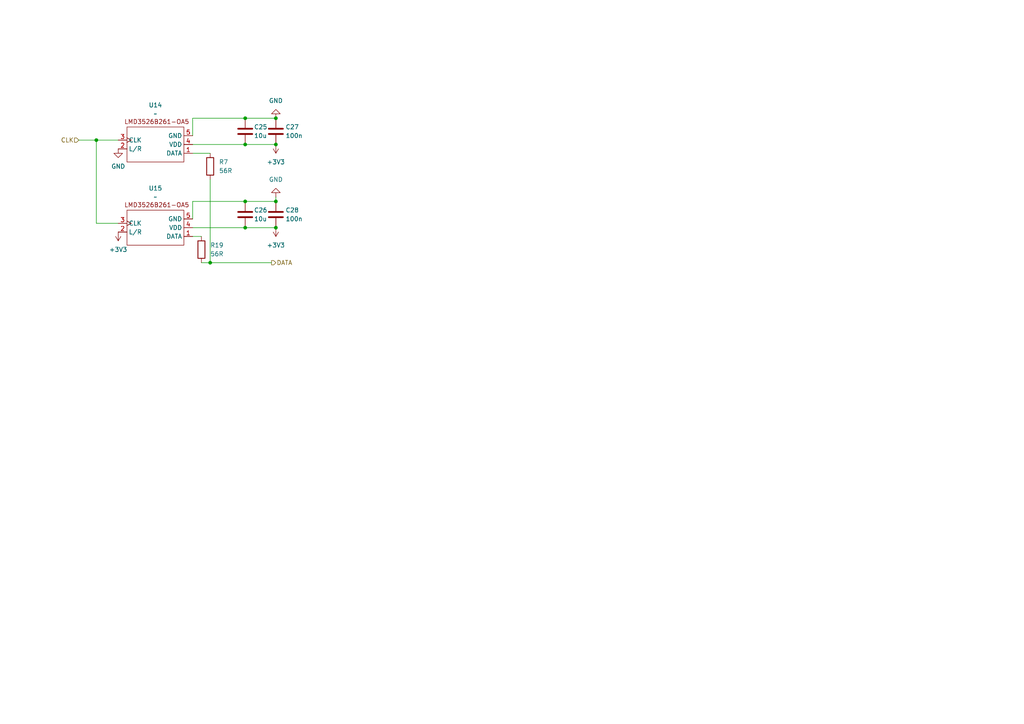
<source format=kicad_sch>
(kicad_sch (version 20250114) (generator "eeschema") (generator_version "9.0")
  (paper "A4")
  (lib_symbols
    (symbol "AE:LMD3526B261-OA5"
      (property "Reference" "U" (at 7.874 11.43 0))
      (symbol "LMD3526B261-OA5_0_0"
        (pin unspecified clock (at -2.54 3.81 0) (length 2.54) (name "CLK") (number "3"))
        (pin unspecified line (at -2.54 1.27 0) (length 2.54) (name "L/R") (number "2"))
        (pin unspecified line (at 19.05 5.08 180) (length 2.54) (name "GND") (number "5"))
        (pin unspecified line (at 19.05 2.54 180) (length 2.54) (name "VDD") (number "4"))
        (pin unspecified line (at 19.05 0 180) (length 2.54) (name "DATA") (number "1"))
      )
      (symbol "LMD3526B261-OA5_0_1"
        (rectangle (start 0 7.62) (end 16.51 -2.54))
      )
      (symbol "LMD3526B261-OA5_1_1"
        (text "LMD3526B261-OA5" (at 8.636 9.144 0) (effects (font (size 1.27 1.27))))
      )
    )
    (symbol "Device:C" (pin_numbers (hide yes)) (pin_names (offset 0.254))
      (property "Reference" "C" (at 0.635 2.54 0))
      (property "Value" "C" (at 0.635 -2.54 0))
      (symbol "C_0_1"
        (polyline (pts (xy -2.032 0.762) (xy 2.032 0.762)) (stroke (width 0.508)))
        (polyline (pts (xy -2.032 -0.762) (xy 2.032 -0.762)) (stroke (width 0.508)))
      )
      (symbol "C_1_1"
        (pin passive line (at 0 3.81 270) (length 2.794) (name "~") (number "1"))
        (pin passive line (at 0 -3.81 90) (length 2.794) (name "~") (number "2"))
      )
    )
    (symbol "Device:R" (pin_numbers (hide yes)) (pin_names (offset 0))
      (property "Reference" "R" (at 2.032 0 90))
      (property "Value" "R" (at 0 0 90))
      (symbol "R_0_1"
        (rectangle (start -1.016 -2.54) (end 1.016 2.54) (stroke (width 0.254)))
      )
      (symbol "R_1_1"
        (pin passive line (at 0 3.81 270) (length 1.27) (name "~") (number "1"))
        (pin passive line (at 0 -3.81 90) (length 1.27) (name "~") (number "2"))
      )
    )
    (symbol "power:+3V3" (power) (pin_numbers (hide yes)) (pin_names (offset 0) (hide yes))
      (property "Value" "+3V3" (at 0 3.556 0))
      (symbol "+3V3_0_1"
        (polyline (pts (xy -0.762 1.27) (xy 0 2.54)))
        (polyline (pts (xy 0 2.54) (xy 0.762 1.27)))
        (polyline (pts (xy 0 0) (xy 0 2.54)))
      )
      (symbol "+3V3_1_1"
        (pin power_in line (at 0 0 90) (length 0) (name "~") (number "1"))
      )
    )
    (symbol "power:GND" (power) (pin_numbers (hide yes)) (pin_names (offset 0) (hide yes))
      (property "Value" "GND" (at 0 -3.81 0))
      (symbol "GND_0_1"
        (polyline (pts (xy 0 0) (xy 0 -1.27) (xy 1.27 -1.27) (xy 0 -2.54) (xy -1.27 -1.27) (xy 0 -1.27)))
      )
      (symbol "GND_1_1"
        (pin power_in line (at 0 0 270) (length 0) (name "~") (number "1"))
      )
    )
  )
  (junction (at 80.01 58.42))
  (junction (at 71.12 58.42))
  (junction (at 27.94 40.64))
  (junction (at 80.01 66.04))
  (junction (at 71.12 41.91))
  (junction (at 80.01 34.29))
  (junction (at 71.12 34.29))
  (junction (at 71.12 66.04))
  (junction (at 60.96 76.2))
  (junction (at 80.01 41.91))
  (wire (pts (xy 71.12 66.04) (xy 80.01 66.04)))
  (wire (pts (xy 55.88 44.45) (xy 60.96 44.45)))
  (wire (pts (xy 55.88 66.04) (xy 71.12 66.04)))
  (wire (pts (xy 60.96 76.2) (xy 78.74 76.2)))
  (wire (pts (xy 55.88 41.91) (xy 71.12 41.91)))
  (wire (pts (xy 27.94 64.77) (xy 34.29 64.77)))
  (wire (pts (xy 71.12 34.29) (xy 80.01 34.29)))
  (wire (pts (xy 27.94 40.64) (xy 27.94 64.77)))
  (wire (pts (xy 58.42 76.2) (xy 60.96 76.2)))
  (wire (pts (xy 27.94 40.64) (xy 34.29 40.64)))
  (wire (pts (xy 71.12 41.91) (xy 80.01 41.91)))
  (wire (pts (xy 55.88 58.42) (xy 71.12 58.42)))
  (wire (pts (xy 58.42 68.58) (xy 55.88 68.58)))
  (wire (pts (xy 71.12 58.42) (xy 80.01 58.42)))
  (wire (pts (xy 22.86 40.64) (xy 27.94 40.64)))
  (wire (pts (xy 60.96 52.07) (xy 60.96 76.2)))
  (wire (pts (xy 55.88 34.29) (xy 55.88 39.37)))
  (wire (pts (xy 55.88 58.42) (xy 55.88 63.5)))
  (wire (pts (xy 80.01 58.42) (xy 80.01 57.15)))
  (wire (pts (xy 55.88 34.29) (xy 71.12 34.29)))
  (hierarchical_label "DATA" (shape output) (at 78.74 76.2 0))
  (hierarchical_label "CLK" (shape input) (at 22.86 40.64 180))
  (symbol (lib_id "power:+3V3") (at 80.01 41.91 180) (unit 1)
    (property "Reference" "#PWR056" (effects (hide yes)))
    (property "Value" "+3V3" (at 80.01 46.99 0))
    (property "Description" "Power symbol creates a global label with name \"+3V3\"" (effects (hide yes)))
    (instances (project "" (path "" (reference "#PWR062") (unit 1)) (path "" (reference "#PWR059") (unit 1)) (path "" (reference "#PWR058") (unit 1)) (path "" (reference "#PWR061") (unit 1)) (path "" (reference "#PWR065") (unit 1)) (path "" (reference "#PWR057") (unit 1)) (path "" (reference "#PWR064") (unit 1)) (path "" (reference "#PWR063") (unit 1)) (path "" (reference "#PWR066") (unit 1)) (path "" (reference "#PWR067") (unit 1)) (path "" (reference "#PWR060") (unit 1)) (path "" (reference "#PWR056") (unit 1))))
  )
  (symbol (lib_id "Device:C") (at 80.01 62.23 0) (unit 1)
    (property "Reference" "C4" (at 82.804 60.96 0) (effects (justify left)))
    (property "Value" "100n" (at 82.804 63.5 0) (effects (justify left)))
    (property "Description" "Unpolarized capacitor" (effects (hide yes)))
    (instances (project "mic_boards" (path "" (reference "C28") (unit 1)) (path "" (reference "C16") (unit 1)) (path "" (reference "C12") (unit 1)) (path "" (reference "C24") (unit 1)) (path "" (reference "C40") (unit 1)) (path "" (reference "C8") (unit 1)) (path "" (reference "C36") (unit 1)) (path "" (reference "C32") (unit 1)) (path "" (reference "C44") (unit 1)) (path "" (reference "C48") (unit 1)) (path "" (reference "C20") (unit 1)) (path "" (reference "C4") (unit 1))))
  )
  (symbol (lib_id "power:GND") (at 80.01 57.15 180) (unit 1)
    (property "Reference" "#PWR044" (effects (hide yes)))
    (property "Value" "GND" (at 80.01 52.07 0))
    (property "Description" "Power symbol creates a global label with name \"GND\" , ground" (effects (hide yes)))
    (instances (project "" (path "" (reference "#PWR050") (unit 1)) (path "" (reference "#PWR047") (unit 1)) (path "" (reference "#PWR046") (unit 1)) (path "" (reference "#PWR049") (unit 1)) (path "" (reference "#PWR053") (unit 1)) (path "" (reference "#PWR045") (unit 1)) (path "" (reference "#PWR052") (unit 1)) (path "" (reference "#PWR051") (unit 1)) (path "" (reference "#PWR054") (unit 1)) (path "" (reference "#PWR055") (unit 1)) (path "" (reference "#PWR048") (unit 1)) (path "" (reference "#PWR044") (unit 1))))
  )
  (symbol (lib_id "AE:LMD3526B261-OA5") (at 36.83 68.58 0) (unit 1)
    (property "Reference" "U3" (at 45.085 54.61 0))
    (property "Value" "~" (at 45.085 57.15 0))
    (instances (project "mic_boards" (path "" (reference "U15") (unit 1)) (path "" (reference "U9") (unit 1)) (path "" (reference "U7") (unit 1)) (path "" (reference "U13") (unit 1)) (path "" (reference "U21") (unit 1)) (path "" (reference "U5") (unit 1)) (path "" (reference "U19") (unit 1)) (path "" (reference "U17") (unit 1)) (path "" (reference "U23") (unit 1)) (path "" (reference "U25") (unit 1)) (path "" (reference "U11") (unit 1)) (path "" (reference "U3") (unit 1))))
  )
  (symbol (lib_id "Device:C") (at 71.12 62.23 0) (unit 1)
    (property "Reference" "C2" (at 73.66 60.96 0) (effects (justify left)))
    (property "Value" "10u" (at 73.66 63.5 0) (effects (justify left)))
    (property "Description" "Unpolarized capacitor" (effects (hide yes)))
    (instances (project "mic_boards" (path "" (reference "C26") (unit 1)) (path "" (reference "C14") (unit 1)) (path "" (reference "C10") (unit 1)) (path "" (reference "C22") (unit 1)) (path "" (reference "C38") (unit 1)) (path "" (reference "C6") (unit 1)) (path "" (reference "C34") (unit 1)) (path "" (reference "C30") (unit 1)) (path "" (reference "C42") (unit 1)) (path "" (reference "C46") (unit 1)) (path "" (reference "C18") (unit 1)) (path "" (reference "C2") (unit 1))))
  )
  (symbol (lib_id "AE:LMD3526B261-OA5") (at 36.83 44.45 0) (unit 1)
    (property "Reference" "U2" (at 45.085 30.48 0))
    (property "Value" "~" (at 45.085 33.02 0))
    (instances (project "mic_boards" (path "" (reference "U14") (unit 1)) (path "" (reference "U8") (unit 1)) (path "" (reference "U6") (unit 1)) (path "" (reference "U12") (unit 1)) (path "" (reference "U20") (unit 1)) (path "" (reference "U4") (unit 1)) (path "" (reference "U18") (unit 1)) (path "" (reference "U16") (unit 1)) (path "" (reference "U22") (unit 1)) (path "" (reference "U24") (unit 1)) (path "" (reference "U10") (unit 1)) (path "" (reference "U2") (unit 1))))
  )
  (symbol (lib_id "power:+3V3") (at 80.01 66.04 180) (unit 1)
    (property "Reference" "#PWR068" (effects (hide yes)))
    (property "Value" "+3V3" (at 80.01 71.12 0))
    (property "Description" "Power symbol creates a global label with name \"+3V3\"" (effects (hide yes)))
    (instances (project "" (path "" (reference "#PWR074") (unit 1)) (path "" (reference "#PWR071") (unit 1)) (path "" (reference "#PWR070") (unit 1)) (path "" (reference "#PWR073") (unit 1)) (path "" (reference "#PWR077") (unit 1)) (path "" (reference "#PWR069") (unit 1)) (path "" (reference "#PWR076") (unit 1)) (path "" (reference "#PWR075") (unit 1)) (path "" (reference "#PWR078") (unit 1)) (path "" (reference "#PWR079") (unit 1)) (path "" (reference "#PWR072") (unit 1)) (path "" (reference "#PWR068") (unit 1))))
  )
  (symbol (lib_id "Device:C") (at 80.01 38.1 0) (unit 1)
    (property "Reference" "C3" (at 82.804 36.83 0) (effects (justify left)))
    (property "Value" "100n" (at 82.804 39.37 0) (effects (justify left)))
    (property "Description" "Unpolarized capacitor" (effects (hide yes)))
    (instances (project "mic_boards" (path "" (reference "C27") (unit 1)) (path "" (reference "C15") (unit 1)) (path "" (reference "C11") (unit 1)) (path "" (reference "C23") (unit 1)) (path "" (reference "C39") (unit 1)) (path "" (reference "C7") (unit 1)) (path "" (reference "C35") (unit 1)) (path "" (reference "C31") (unit 1)) (path "" (reference "C43") (unit 1)) (path "" (reference "C47") (unit 1)) (path "" (reference "C19") (unit 1)) (path "" (reference "C3") (unit 1))))
  )
  (symbol (lib_id "power:GND") (at 80.01 34.29 180) (unit 1)
    (property "Reference" "#PWR032" (effects (hide yes)))
    (property "Value" "GND" (at 80.01 29.21 0))
    (property "Description" "Power symbol creates a global label with name \"GND\" , ground" (effects (hide yes)))
    (instances (project "" (path "" (reference "#PWR038") (unit 1)) (path "" (reference "#PWR035") (unit 1)) (path "" (reference "#PWR034") (unit 1)) (path "" (reference "#PWR037") (unit 1)) (path "" (reference "#PWR041") (unit 1)) (path "" (reference "#PWR033") (unit 1)) (path "" (reference "#PWR040") (unit 1)) (path "" (reference "#PWR039") (unit 1)) (path "" (reference "#PWR042") (unit 1)) (path "" (reference "#PWR043") (unit 1)) (path "" (reference "#PWR036") (unit 1)) (path "" (reference "#PWR032") (unit 1))))
  )
  (symbol (lib_id "Device:R") (at 58.42 72.39 0) (unit 1)
    (property "Reference" "R13" (at 60.96 71.1199 0) (effects (justify left)))
    (property "Value" "56R" (at 60.96 73.6599 0) (effects (justify left)))
    (property "Description" "Resistor" (effects (hide yes)))
    (instances (project "mic_boards" (path "" (reference "R19") (unit 1)) (path "" (reference "R16") (unit 1)) (path "" (reference "R15") (unit 1)) (path "" (reference "R18") (unit 1)) (path "" (reference "R22") (unit 1)) (path "" (reference "R14") (unit 1)) (path "" (reference "R21") (unit 1)) (path "" (reference "R20") (unit 1)) (path "" (reference "R23") (unit 1)) (path "" (reference "R24") (unit 1)) (path "" (reference "R17") (unit 1)) (path "" (reference "R13") (unit 1))))
  )
  (symbol (lib_id "power:GND") (at 34.29 43.18 0) (unit 1)
    (property "Reference" "#PWR07" (effects (hide yes)))
    (property "Value" "GND" (at 34.29 48.26 0))
    (property "Description" "Power symbol creates a global label with name \"GND\" , ground" (effects (hide yes)))
    (instances (project "mic_boards" (path "" (reference "#PWR017") (unit 1)) (path "" (reference "#PWR011") (unit 1)) (path "" (reference "#PWR05") (unit 1)) (path "" (reference "#PWR013") (unit 1)) (path "" (reference "#PWR021") (unit 1)) (path "" (reference "#PWR03") (unit 1)) (path "" (reference "#PWR019") (unit 1)) (path "" (reference "#PWR015") (unit 1)) (path "" (reference "#PWR023") (unit 1)) (path "" (reference "#PWR025") (unit 1)) (path "" (reference "#PWR09") (unit 1)) (path "" (reference "#PWR07") (unit 1))))
  )
  (symbol (lib_id "Device:R") (at 60.96 48.26 0) (unit 1)
    (property "Reference" "R1" (at 63.5 46.9899 0) (effects (justify left)))
    (property "Value" "56R" (at 63.5 49.5299 0) (effects (justify left)))
    (property "Description" "Resistor" (effects (hide yes)))
    (instances (project "" (path "" (reference "R7") (unit 1)) (path "" (reference "R4") (unit 1)) (path "" (reference "R3") (unit 1)) (path "" (reference "R6") (unit 1)) (path "" (reference "R10") (unit 1)) (path "" (reference "R2") (unit 1)) (path "" (reference "R9") (unit 1)) (path "" (reference "R8") (unit 1)) (path "" (reference "R11") (unit 1)) (path "" (reference "R12") (unit 1)) (path "" (reference "R5") (unit 1)) (path "" (reference "R1") (unit 1))))
  )
  (symbol (lib_id "power:+3V3") (at 34.29 67.31 180) (unit 1)
    (property "Reference" "#PWR08" (effects (hide yes)))
    (property "Value" "+3V3" (at 34.29 72.39 0))
    (property "Description" "Power symbol creates a global label with name \"+3V3\"" (effects (hide yes)))
    (instances (project "mic_boards" (path "" (reference "#PWR018") (unit 1)) (path "" (reference "#PWR012") (unit 1)) (path "" (reference "#PWR06") (unit 1)) (path "" (reference "#PWR014") (unit 1)) (path "" (reference "#PWR022") (unit 1)) (path "" (reference "#PWR04") (unit 1)) (path "" (reference "#PWR020") (unit 1)) (path "" (reference "#PWR016") (unit 1)) (path "" (reference "#PWR024") (unit 1)) (path "" (reference "#PWR026") (unit 1)) (path "" (reference "#PWR010") (unit 1)) (path "" (reference "#PWR08") (unit 1))))
  )
  (symbol (lib_id "Device:C") (at 71.12 38.1 0) (unit 1)
    (property "Reference" "C1" (at 73.66 36.83 0) (effects (justify left)))
    (property "Value" "10u" (at 73.66 39.37 0) (effects (justify left)))
    (property "Description" "Unpolarized capacitor" (effects (hide yes)))
    (instances (project "mic_boards" (path "" (reference "C25") (unit 1)) (path "" (reference "C13") (unit 1)) (path "" (reference "C9") (unit 1)) (path "" (reference "C21") (unit 1)) (path "" (reference "C37") (unit 1)) (path "" (reference "C5") (unit 1)) (path "" (reference "C33") (unit 1)) (path "" (reference "C29") (unit 1)) (path "" (reference "C41") (unit 1)) (path "" (reference "C45") (unit 1)) (path "" (reference "C17") (unit 1)) (path "" (reference "C1") (unit 1))))
  )
)
</source>
